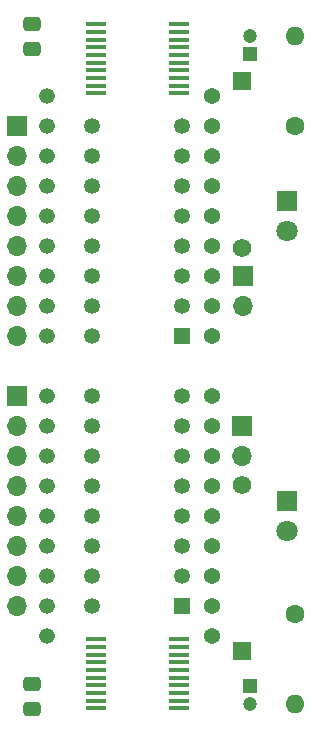
<source format=gbr>
%TF.GenerationSoftware,KiCad,Pcbnew,(6.0.5)*%
%TF.CreationDate,2022-06-30T09:14:24+02:00*%
%TF.ProjectId,Bus Tester,42757320-5465-4737-9465-722e6b696361,rev?*%
%TF.SameCoordinates,Original*%
%TF.FileFunction,Soldermask,Top*%
%TF.FilePolarity,Negative*%
%FSLAX46Y46*%
G04 Gerber Fmt 4.6, Leading zero omitted, Abs format (unit mm)*
G04 Created by KiCad (PCBNEW (6.0.5)) date 2022-06-30 09:14:24*
%MOMM*%
%LPD*%
G01*
G04 APERTURE LIST*
G04 Aperture macros list*
%AMRoundRect*
0 Rectangle with rounded corners*
0 $1 Rounding radius*
0 $2 $3 $4 $5 $6 $7 $8 $9 X,Y pos of 4 corners*
0 Add a 4 corners polygon primitive as box body*
4,1,4,$2,$3,$4,$5,$6,$7,$8,$9,$2,$3,0*
0 Add four circle primitives for the rounded corners*
1,1,$1+$1,$2,$3*
1,1,$1+$1,$4,$5*
1,1,$1+$1,$6,$7*
1,1,$1+$1,$8,$9*
0 Add four rect primitives between the rounded corners*
20,1,$1+$1,$2,$3,$4,$5,0*
20,1,$1+$1,$4,$5,$6,$7,0*
20,1,$1+$1,$6,$7,$8,$9,0*
20,1,$1+$1,$8,$9,$2,$3,0*%
G04 Aperture macros list end*
%ADD10C,1.365000*%
%ADD11C,1.340000*%
%ADD12R,1.700000X1.700000*%
%ADD13O,1.700000X1.700000*%
%ADD14RoundRect,0.250000X0.475000X-0.337500X0.475000X0.337500X-0.475000X0.337500X-0.475000X-0.337500X0*%
%ADD15R,1.800000X0.450000*%
%ADD16R,1.200000X1.200000*%
%ADD17C,1.200000*%
%ADD18R,1.575000X1.575000*%
%ADD19C,1.575000*%
%ADD20C,1.600000*%
%ADD21O,1.600000X1.600000*%
%ADD22R,1.350000X1.350000*%
%ADD23C,1.350000*%
%ADD24R,1.800000X1.800000*%
%ADD25C,1.800000*%
G04 APERTURE END LIST*
D10*
%TO.C,RN4*%
X34290000Y-48260000D03*
X34290000Y-50800000D03*
X34290000Y-53340000D03*
X34290000Y-55880000D03*
X34290000Y-58420000D03*
X34290000Y-60960000D03*
X34290000Y-63500000D03*
X34290000Y-66040000D03*
X34290000Y-68580000D03*
%TD*%
D11*
%TO.C,RN1*%
X20320000Y-22860000D03*
X20320000Y-25400000D03*
X20320000Y-27940000D03*
X20320000Y-30480000D03*
X20320000Y-33020000D03*
X20320000Y-35560000D03*
X20320000Y-38100000D03*
X20320000Y-40640000D03*
X20320000Y-43180000D03*
%TD*%
D12*
%TO.C,J2*%
X36900000Y-38095000D03*
D13*
X36900000Y-40635000D03*
%TD*%
D14*
%TO.C,C3*%
X19050000Y-74697500D03*
X19050000Y-72622500D03*
%TD*%
D15*
%TO.C,IC2*%
X24390000Y-68830000D03*
X24390000Y-69480000D03*
X24390000Y-70130000D03*
X24390000Y-70780000D03*
X24390000Y-71430000D03*
X24390000Y-72080000D03*
X24390000Y-72730000D03*
X24390000Y-73380000D03*
X24390000Y-74030000D03*
X24390000Y-74680000D03*
X31490000Y-74680000D03*
X31490000Y-74030000D03*
X31490000Y-73380000D03*
X31490000Y-72730000D03*
X31490000Y-72080000D03*
X31490000Y-71430000D03*
X31490000Y-70780000D03*
X31490000Y-70130000D03*
X31490000Y-69480000D03*
X31490000Y-68830000D03*
%TD*%
D16*
%TO.C,C4*%
X37465000Y-72795000D03*
D17*
X37465000Y-74295000D03*
%TD*%
D10*
%TO.C,RN2*%
X34290000Y-22860000D03*
X34290000Y-25400000D03*
X34290000Y-27940000D03*
X34290000Y-30480000D03*
X34290000Y-33020000D03*
X34290000Y-35560000D03*
X34290000Y-38100000D03*
X34290000Y-40640000D03*
X34290000Y-43180000D03*
%TD*%
D18*
%TO.C,D4*%
X36830500Y-69850000D03*
D19*
X36830500Y-55750000D03*
%TD*%
D20*
%TO.C,R1*%
X41275000Y-25400000D03*
D21*
X41275000Y-17780000D03*
%TD*%
D22*
%TO.C,DS2*%
X31750000Y-66040000D03*
D23*
X31750000Y-63500000D03*
X31750000Y-60960000D03*
X31750000Y-58420000D03*
X31750000Y-55880000D03*
X31750000Y-53340000D03*
X31750000Y-50800000D03*
X31750000Y-48260000D03*
X24130000Y-48260000D03*
X24130000Y-50800000D03*
X24130000Y-53340000D03*
X24130000Y-55880000D03*
X24130000Y-58420000D03*
X24130000Y-60960000D03*
X24130000Y-63500000D03*
X24130000Y-66040000D03*
%TD*%
D20*
%TO.C,R2*%
X41275000Y-66675000D03*
D21*
X41275000Y-74295000D03*
%TD*%
D15*
%TO.C,IC1*%
X24390000Y-16760000D03*
X24390000Y-17410000D03*
X24390000Y-18060000D03*
X24390000Y-18710000D03*
X24390000Y-19360000D03*
X24390000Y-20010000D03*
X24390000Y-20660000D03*
X24390000Y-21310000D03*
X24390000Y-21960000D03*
X24390000Y-22610000D03*
X31490000Y-22610000D03*
X31490000Y-21960000D03*
X31490000Y-21310000D03*
X31490000Y-20660000D03*
X31490000Y-20010000D03*
X31490000Y-19360000D03*
X31490000Y-18710000D03*
X31490000Y-18060000D03*
X31490000Y-17410000D03*
X31490000Y-16760000D03*
%TD*%
D24*
%TO.C,D3*%
X40640000Y-57150000D03*
D25*
X40640000Y-59690000D03*
%TD*%
D14*
%TO.C,C1*%
X19050000Y-18817500D03*
X19050000Y-16742500D03*
%TD*%
D22*
%TO.C,DS1*%
X31748000Y-43180000D03*
D23*
X31748000Y-40640000D03*
X31748000Y-38100000D03*
X31748000Y-35560000D03*
X31748000Y-33020000D03*
X31748000Y-30480000D03*
X31748000Y-27940000D03*
X31748000Y-25400000D03*
X24128000Y-25400000D03*
X24128000Y-27940000D03*
X24128000Y-30480000D03*
X24128000Y-33020000D03*
X24128000Y-35560000D03*
X24128000Y-38100000D03*
X24128000Y-40640000D03*
X24128000Y-43180000D03*
%TD*%
D16*
%TO.C,C2*%
X37465000Y-19280000D03*
D17*
X37465000Y-17780000D03*
%TD*%
D12*
%TO.C,J4*%
X36830000Y-50800000D03*
D13*
X36830000Y-53340000D03*
%TD*%
D11*
%TO.C,RN3*%
X20320000Y-48260000D03*
X20320000Y-50800000D03*
X20320000Y-53340000D03*
X20320000Y-55880000D03*
X20320000Y-58420000D03*
X20320000Y-60960000D03*
X20320000Y-63500000D03*
X20320000Y-66040000D03*
X20320000Y-68580000D03*
%TD*%
D24*
%TO.C,D1*%
X40640000Y-31745000D03*
D25*
X40640000Y-34285000D03*
%TD*%
D18*
%TO.C,D2*%
X36830500Y-21590000D03*
D19*
X36830500Y-35690000D03*
%TD*%
D12*
%TO.C,J1*%
X17780000Y-25400000D03*
D13*
X17780000Y-27940000D03*
X17780000Y-30480000D03*
X17780000Y-33020000D03*
X17780000Y-35560000D03*
X17780000Y-38100000D03*
X17780000Y-40640000D03*
X17780000Y-43180000D03*
%TD*%
D12*
%TO.C,J3*%
X17780000Y-48260000D03*
D13*
X17780000Y-50800000D03*
X17780000Y-53340000D03*
X17780000Y-55880000D03*
X17780000Y-58420000D03*
X17780000Y-60960000D03*
X17780000Y-63500000D03*
X17780000Y-66040000D03*
%TD*%
M02*

</source>
